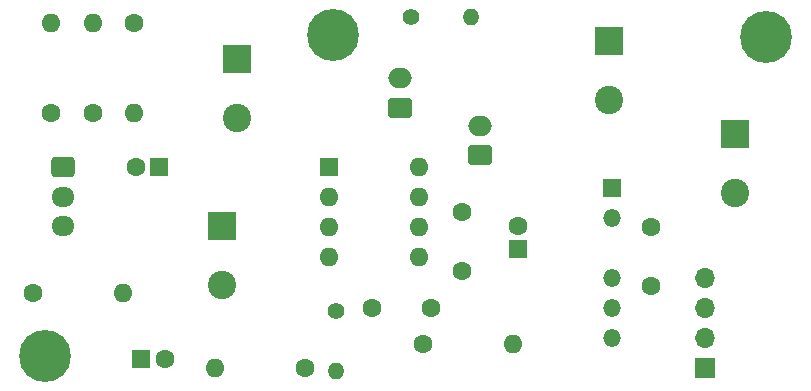
<source format=gbs>
%TF.GenerationSoftware,KiCad,Pcbnew,6.0.0*%
%TF.CreationDate,2022-02-03T20:00:08+01:00*%
%TF.ProjectId,diy-schematics,6469792d-7363-4686-956d-61746963732e,rev?*%
%TF.SameCoordinates,Original*%
%TF.FileFunction,Soldermask,Bot*%
%TF.FilePolarity,Negative*%
%FSLAX46Y46*%
G04 Gerber Fmt 4.6, Leading zero omitted, Abs format (unit mm)*
G04 Created by KiCad (PCBNEW 6.0.0) date 2022-02-03 20:00:08*
%MOMM*%
%LPD*%
G01*
G04 APERTURE LIST*
G04 Aperture macros list*
%AMRoundRect*
0 Rectangle with rounded corners*
0 $1 Rounding radius*
0 $2 $3 $4 $5 $6 $7 $8 $9 X,Y pos of 4 corners*
0 Add a 4 corners polygon primitive as box body*
4,1,4,$2,$3,$4,$5,$6,$7,$8,$9,$2,$3,0*
0 Add four circle primitives for the rounded corners*
1,1,$1+$1,$2,$3*
1,1,$1+$1,$4,$5*
1,1,$1+$1,$6,$7*
1,1,$1+$1,$8,$9*
0 Add four rect primitives between the rounded corners*
20,1,$1+$1,$2,$3,$4,$5,0*
20,1,$1+$1,$4,$5,$6,$7,0*
20,1,$1+$1,$6,$7,$8,$9,0*
20,1,$1+$1,$8,$9,$2,$3,0*%
G04 Aperture macros list end*
%ADD10R,1.600000X1.600000*%
%ADD11C,1.600000*%
%ADD12O,1.600000X1.600000*%
%ADD13R,2.400000X2.400000*%
%ADD14C,2.400000*%
%ADD15RoundRect,0.250000X0.750000X-0.600000X0.750000X0.600000X-0.750000X0.600000X-0.750000X-0.600000X0*%
%ADD16O,2.000000X1.700000*%
%ADD17R,1.700000X1.700000*%
%ADD18O,1.700000X1.700000*%
%ADD19RoundRect,0.250000X-0.725000X0.600000X-0.725000X-0.600000X0.725000X-0.600000X0.725000X0.600000X0*%
%ADD20O,1.950000X1.700000*%
%ADD21O,1.400000X1.400000*%
%ADD22C,1.400000*%
%ADD23R,1.500000X1.500000*%
%ADD24O,1.500000X1.500000*%
%ADD25C,4.400000*%
G04 APERTURE END LIST*
D10*
%TO.C,C1*%
X41656000Y-178054000D03*
D11*
X39656000Y-178054000D03*
%TD*%
D12*
%TO.C,R5*%
X39508000Y-173482000D03*
D11*
X39508000Y-165862000D03*
%TD*%
D13*
%TO.C,C5*%
X79756000Y-167386000D03*
D14*
X79756000Y-172386000D03*
%TD*%
D11*
%TO.C,C10*%
X83312000Y-183134000D03*
X83312000Y-188134000D03*
%TD*%
%TO.C,C3*%
X67310000Y-186864000D03*
X67310000Y-181864000D03*
%TD*%
D14*
%TO.C,C4*%
X90424000Y-180260000D03*
D13*
X90424000Y-175260000D03*
%TD*%
%TO.C,C6*%
X48260000Y-168910000D03*
D14*
X48260000Y-173910000D03*
%TD*%
%TO.C,C7*%
X47000000Y-188000000D03*
D13*
X47000000Y-183000000D03*
%TD*%
D11*
%TO.C,C9*%
X59690000Y-189992000D03*
X64690000Y-189992000D03*
%TD*%
D15*
%TO.C,J2*%
X62000000Y-173000000D03*
D16*
X62000000Y-170500000D03*
%TD*%
D17*
%TO.C,J5*%
X87884000Y-195072000D03*
D18*
X87884000Y-192532000D03*
X87884000Y-189992000D03*
X87884000Y-187452000D03*
%TD*%
D19*
%TO.C,J6*%
X33528000Y-178054000D03*
D20*
X33528000Y-180554000D03*
X33528000Y-183054000D03*
%TD*%
D12*
%TO.C,R1*%
X36068000Y-165862000D03*
D11*
X36068000Y-173482000D03*
%TD*%
%TO.C,R2*%
X31000000Y-188722000D03*
D12*
X38620000Y-188722000D03*
%TD*%
D11*
%TO.C,R3*%
X32512000Y-173482000D03*
D12*
X32512000Y-165862000D03*
%TD*%
%TO.C,R4*%
X46380000Y-195000000D03*
D11*
X54000000Y-195000000D03*
%TD*%
%TO.C,R6*%
X64000000Y-193000000D03*
D12*
X71620000Y-193000000D03*
%TD*%
D21*
%TO.C,R7*%
X68072000Y-165354000D03*
D22*
X62992000Y-165354000D03*
%TD*%
%TO.C,R8*%
X56642000Y-190246000D03*
D21*
X56642000Y-195326000D03*
%TD*%
D10*
%TO.C,U1*%
X56000000Y-178000000D03*
D12*
X63620000Y-185620000D03*
X56000000Y-180540000D03*
X63620000Y-183080000D03*
X56000000Y-183080000D03*
X63620000Y-180540000D03*
X56000000Y-185620000D03*
X63620000Y-178000000D03*
%TD*%
D23*
%TO.C,U2*%
X80010000Y-179832000D03*
D24*
X80010000Y-182372000D03*
X80010000Y-187452000D03*
X80010000Y-189992000D03*
X80010000Y-192532000D03*
%TD*%
D11*
%TO.C,C2*%
X42132000Y-194310000D03*
D10*
X40132000Y-194310000D03*
%TD*%
%TO.C,C8*%
X72000000Y-185000000D03*
D11*
X72000000Y-183000000D03*
%TD*%
D15*
%TO.C,J3*%
X68834000Y-177038000D03*
D16*
X68834000Y-174538000D03*
%TD*%
D25*
%TO.C,H1*%
X56388000Y-166878000D03*
%TD*%
%TO.C,H2*%
X93000000Y-167000000D03*
%TD*%
%TO.C,H3*%
X32000000Y-194000000D03*
%TD*%
M02*

</source>
